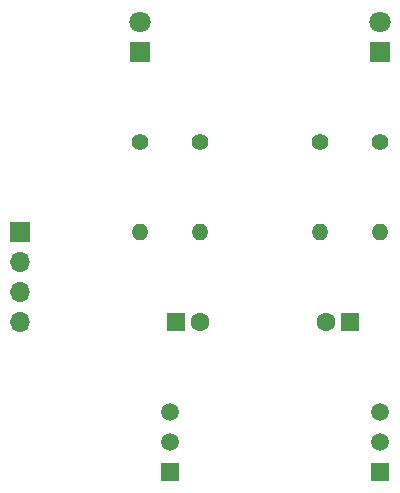
<source format=gbr>
%TF.GenerationSoftware,KiCad,Pcbnew,8.0.6*%
%TF.CreationDate,2024-11-22T14:42:32+09:00*%
%TF.ProjectId,traning,7472616e-696e-4672-9e6b-696361645f70,rev?*%
%TF.SameCoordinates,Original*%
%TF.FileFunction,Soldermask,Bot*%
%TF.FilePolarity,Negative*%
%FSLAX46Y46*%
G04 Gerber Fmt 4.6, Leading zero omitted, Abs format (unit mm)*
G04 Created by KiCad (PCBNEW 8.0.6) date 2024-11-22 14:42:32*
%MOMM*%
%LPD*%
G01*
G04 APERTURE LIST*
%ADD10O,1.400000X1.400000*%
%ADD11C,1.400000*%
%ADD12R,1.500000X1.500000*%
%ADD13C,1.500000*%
%ADD14O,1.700000X1.700000*%
%ADD15R,1.700000X1.700000*%
%ADD16C,1.800000*%
%ADD17R,1.800000X1.800000*%
%ADD18R,1.600000X1.600000*%
%ADD19C,1.600000*%
G04 APERTURE END LIST*
D10*
%TO.C,R4*%
X149860000Y-78740000D03*
D11*
X149860000Y-71120000D03*
%TD*%
D10*
%TO.C,R3*%
X144780000Y-78740000D03*
D11*
X144780000Y-71120000D03*
%TD*%
D10*
%TO.C,R2*%
X134620000Y-78740000D03*
D11*
X134620000Y-71120000D03*
%TD*%
D10*
%TO.C,R1*%
X129540000Y-78740000D03*
D11*
X129540000Y-71120000D03*
%TD*%
D12*
%TO.C,Q2*%
X149860000Y-99060000D03*
D13*
X149860000Y-96520000D03*
X149860000Y-93980000D03*
%TD*%
%TO.C,Q1*%
X132080000Y-93980000D03*
X132080000Y-96520000D03*
D12*
X132080000Y-99060000D03*
%TD*%
D14*
%TO.C,J1*%
X119380000Y-86360000D03*
X119380000Y-83820000D03*
X119380000Y-81280000D03*
D15*
X119380000Y-78740000D03*
%TD*%
D16*
%TO.C,D2*%
X149860000Y-60960000D03*
D17*
X149860000Y-63500000D03*
%TD*%
%TO.C,D1*%
X129540000Y-63500000D03*
D16*
X129540000Y-60960000D03*
%TD*%
D18*
%TO.C,C2*%
X147320000Y-86360000D03*
D19*
X145320000Y-86360000D03*
%TD*%
D18*
%TO.C,C1*%
X132620000Y-86360000D03*
D19*
X134620000Y-86360000D03*
%TD*%
M02*

</source>
